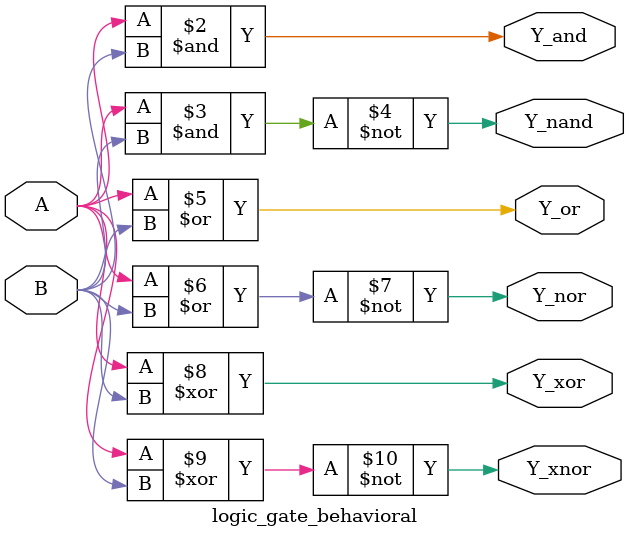
<source format=v>
module logic_gate_behavioral(input A,
                           input B,
                           output reg Y_and,
						   output reg Y_nand,
						   output reg Y_nor,
						   output reg Y_or,
						   output reg Y_xnor,
						   output reg Y_xor);
  
always @(A or B)
 begin
  Y_and=A&B;
  Y_nand=~(A&B);
  Y_or=A|B;
  Y_nor=~(A|B);
  Y_xor=A^B;
  Y_xnor=~(A^B);
  end;
endmodule
</source>
